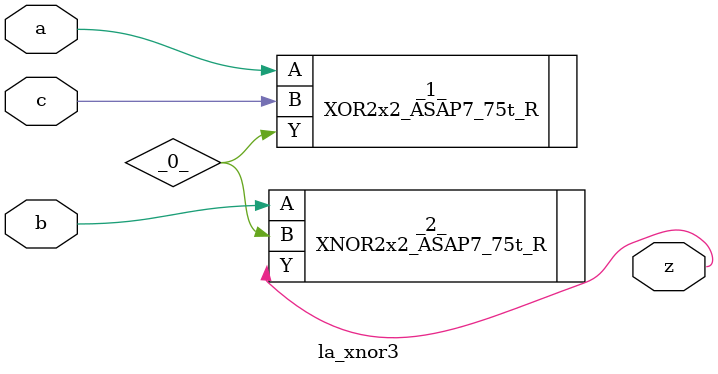
<source format=v>

/* Generated by Yosys 0.37 (git sha1 a5c7f69ed, clang 14.0.0-1ubuntu1.1 -fPIC -Os) */

module la_xnor3(a, b, c, z);
  wire _0_;
  input a;
  wire a;
  input b;
  wire b;
  input c;
  wire c;
  output z;
  wire z;
  XOR2x2_ASAP7_75t_R _1_ (
    .A(a),
    .B(c),
    .Y(_0_)
  );
  XNOR2x2_ASAP7_75t_R _2_ (
    .A(b),
    .B(_0_),
    .Y(z)
  );
endmodule

</source>
